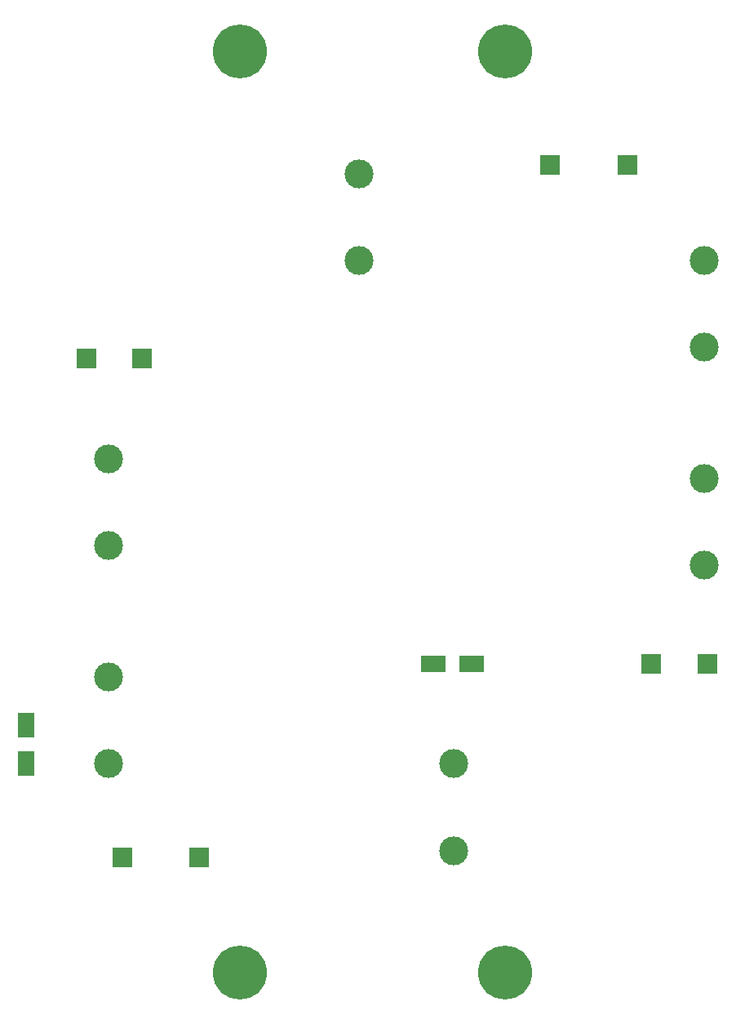
<source format=gts>
G04 #@! TF.GenerationSoftware,KiCad,Pcbnew,(6.0.5-0)*
G04 #@! TF.CreationDate,2023-01-03T07:13:37-05:00*
G04 #@! TF.ProjectId,new-solar-cell-burn-wire,6e65772d-736f-46c6-9172-2d63656c6c2d,2*
G04 #@! TF.SameCoordinates,Original*
G04 #@! TF.FileFunction,Soldermask,Top*
G04 #@! TF.FilePolarity,Negative*
%FSLAX46Y46*%
G04 Gerber Fmt 4.6, Leading zero omitted, Abs format (unit mm)*
G04 Created by KiCad (PCBNEW (6.0.5-0)) date 2023-01-03 07:13:37*
%MOMM*%
%LPD*%
G01*
G04 APERTURE LIST*
%ADD10C,3.000000*%
%ADD11R,2.000000X2.000000*%
%ADD12C,5.600000*%
%ADD13R,1.700000X2.500000*%
%ADD14R,2.500000X1.700000*%
G04 APERTURE END LIST*
D10*
X84700000Y-116600000D03*
X84700000Y-107600000D03*
X110700000Y-55400000D03*
X110700000Y-64400000D03*
D11*
X146800000Y-106200000D03*
X86100000Y-126300000D03*
X138500000Y-54500000D03*
X82400000Y-74600000D03*
D12*
X125850000Y-42750000D03*
D10*
X84700000Y-94000000D03*
X84700000Y-85000000D03*
D11*
X88200000Y-74600000D03*
D12*
X98350000Y-42750000D03*
D10*
X146500000Y-87000000D03*
X146500000Y-96000000D03*
D11*
X94100000Y-126300000D03*
D12*
X98350000Y-138250000D03*
X125850000Y-138250000D03*
D11*
X130500000Y-54500000D03*
D10*
X120500000Y-125600000D03*
X120500000Y-116600000D03*
X146500000Y-64400000D03*
X146500000Y-73400000D03*
D13*
X76100000Y-112600000D03*
X76100000Y-116600000D03*
D11*
X141000000Y-106200000D03*
D14*
X118400000Y-106200000D03*
X122400000Y-106200000D03*
M02*

</source>
